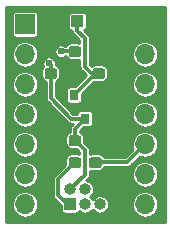
<source format=gbl>
G04 #@! TF.GenerationSoftware,KiCad,Pcbnew,(5.1.0-1390-gee00ff9b5)*
G04 #@! TF.CreationDate,2019-07-31T14:47:23-07:00*
G04 #@! TF.ProjectId,attiny1614,61747469-6e79-4313-9631-342e6b696361,rev?*
G04 #@! TF.SameCoordinates,Original*
G04 #@! TF.FileFunction,Copper,L2,Bot*
G04 #@! TF.FilePolarity,Positive*
%FSLAX46Y46*%
G04 Gerber Fmt 4.6, Leading zero omitted, Abs format (unit mm)*
G04 Created by KiCad (PCBNEW (5.1.0-1390-gee00ff9b5)) date 2019-07-31 14:47:23*
%MOMM*%
%LPD*%
G04 APERTURE LIST*
%ADD10C,0.100000*%
%ADD11C,0.950000*%
%ADD12R,0.800000X0.900000*%
%ADD13O,1.000000X1.000000*%
%ADD14R,1.000000X1.000000*%
%ADD15O,1.700000X1.700000*%
%ADD16R,1.700000X1.700000*%
%ADD17C,0.609600*%
%ADD18C,0.304800*%
%ADD19C,0.254000*%
G04 APERTURE END LIST*
D10*
G36*
X131809387Y-84125079D02*
G01*
X131886438Y-84176562D01*
X131937921Y-84253613D01*
X131956000Y-84344500D01*
X131956000Y-84819500D01*
X131937921Y-84910387D01*
X131886438Y-84987438D01*
X131809387Y-85038921D01*
X131718500Y-85057000D01*
X131143500Y-85057000D01*
X131052613Y-85038921D01*
X130975562Y-84987438D01*
X130924079Y-84910387D01*
X130906000Y-84819500D01*
X130906000Y-84344500D01*
X130924079Y-84253613D01*
X130975562Y-84176562D01*
X131052613Y-84125079D01*
X131143500Y-84107000D01*
X131718500Y-84107000D01*
X131809387Y-84125079D01*
X131809387Y-84125079D01*
G37*
D11*
X131431000Y-84582000D03*
D10*
G36*
X130059387Y-84125079D02*
G01*
X130136438Y-84176562D01*
X130187921Y-84253613D01*
X130206000Y-84344500D01*
X130206000Y-84819500D01*
X130187921Y-84910387D01*
X130136438Y-84987438D01*
X130059387Y-85038921D01*
X129968500Y-85057000D01*
X129393500Y-85057000D01*
X129302613Y-85038921D01*
X129225562Y-84987438D01*
X129174079Y-84910387D01*
X129156000Y-84819500D01*
X129156000Y-84344500D01*
X129174079Y-84253613D01*
X129225562Y-84176562D01*
X129302613Y-84125079D01*
X129393500Y-84107000D01*
X129968500Y-84107000D01*
X130059387Y-84125079D01*
X130059387Y-84125079D01*
G37*
D11*
X129681000Y-84582000D03*
D12*
X130556000Y-90281000D03*
X131506000Y-88281000D03*
X129606000Y-88281000D03*
D10*
G36*
X131809387Y-93523079D02*
G01*
X131886438Y-93574562D01*
X131937921Y-93651613D01*
X131956000Y-93742500D01*
X131956000Y-94217500D01*
X131937921Y-94308387D01*
X131886438Y-94385438D01*
X131809387Y-94436921D01*
X131718500Y-94455000D01*
X131143500Y-94455000D01*
X131052613Y-94436921D01*
X130975562Y-94385438D01*
X130924079Y-94308387D01*
X130906000Y-94217500D01*
X130906000Y-93742500D01*
X130924079Y-93651613D01*
X130975562Y-93574562D01*
X131052613Y-93523079D01*
X131143500Y-93505000D01*
X131718500Y-93505000D01*
X131809387Y-93523079D01*
X131809387Y-93523079D01*
G37*
D11*
X131431000Y-93980000D03*
D10*
G36*
X130059387Y-93523079D02*
G01*
X130136438Y-93574562D01*
X130187921Y-93651613D01*
X130206000Y-93742500D01*
X130206000Y-94217500D01*
X130187921Y-94308387D01*
X130136438Y-94385438D01*
X130059387Y-94436921D01*
X129968500Y-94455000D01*
X129393500Y-94455000D01*
X129302613Y-94436921D01*
X129225562Y-94385438D01*
X129174079Y-94308387D01*
X129156000Y-94217500D01*
X129156000Y-93742500D01*
X129174079Y-93651613D01*
X129225562Y-93574562D01*
X129302613Y-93523079D01*
X129393500Y-93505000D01*
X129968500Y-93505000D01*
X130059387Y-93523079D01*
X130059387Y-93523079D01*
G37*
D11*
X129681000Y-93980000D03*
D13*
X131826000Y-96266000D03*
X131826000Y-97536000D03*
X130556000Y-96266000D03*
X130556000Y-97536000D03*
X129286000Y-96266000D03*
D14*
X129286000Y-97536000D03*
D13*
X131176000Y-82042000D03*
D14*
X129906000Y-82042000D03*
D15*
X135636000Y-97536000D03*
X135636000Y-94996000D03*
X135636000Y-92456000D03*
X135636000Y-89916000D03*
X135636000Y-87376000D03*
X135636000Y-84836000D03*
D16*
X135636000Y-82296000D03*
D15*
X125476000Y-97536000D03*
X125476000Y-94996000D03*
X125476000Y-92456000D03*
X125476000Y-89916000D03*
X125476000Y-87376000D03*
X125476000Y-84836000D03*
D16*
X125476000Y-82296000D03*
D10*
G36*
X129777387Y-85989579D02*
G01*
X129854438Y-86041062D01*
X129905921Y-86118113D01*
X129924000Y-86209000D01*
X129924000Y-86684000D01*
X129905921Y-86774887D01*
X129854438Y-86851938D01*
X129777387Y-86903421D01*
X129686500Y-86921500D01*
X129111500Y-86921500D01*
X129020613Y-86903421D01*
X128943562Y-86851938D01*
X128892079Y-86774887D01*
X128874000Y-86684000D01*
X128874000Y-86209000D01*
X128892079Y-86118113D01*
X128943562Y-86041062D01*
X129020613Y-85989579D01*
X129111500Y-85971500D01*
X129686500Y-85971500D01*
X129777387Y-85989579D01*
X129777387Y-85989579D01*
G37*
D11*
X129399000Y-86446500D03*
D10*
G36*
X128027387Y-85989579D02*
G01*
X128104438Y-86041062D01*
X128155921Y-86118113D01*
X128174000Y-86209000D01*
X128174000Y-86684000D01*
X128155921Y-86774887D01*
X128104438Y-86851938D01*
X128027387Y-86903421D01*
X127936500Y-86921500D01*
X127361500Y-86921500D01*
X127270613Y-86903421D01*
X127193562Y-86851938D01*
X127142079Y-86774887D01*
X127124000Y-86684000D01*
X127124000Y-86209000D01*
X127142079Y-86118113D01*
X127193562Y-86041062D01*
X127270613Y-85989579D01*
X127361500Y-85971500D01*
X127936500Y-85971500D01*
X128027387Y-85989579D01*
X128027387Y-85989579D01*
G37*
D11*
X127649000Y-86446500D03*
D10*
G36*
X131809387Y-91658579D02*
G01*
X131886438Y-91710062D01*
X131937921Y-91787113D01*
X131956000Y-91878000D01*
X131956000Y-92353000D01*
X131937921Y-92443887D01*
X131886438Y-92520938D01*
X131809387Y-92572421D01*
X131718500Y-92590500D01*
X131143500Y-92590500D01*
X131052613Y-92572421D01*
X130975562Y-92520938D01*
X130924079Y-92443887D01*
X130906000Y-92353000D01*
X130906000Y-91878000D01*
X130924079Y-91787113D01*
X130975562Y-91710062D01*
X131052613Y-91658579D01*
X131143500Y-91640500D01*
X131718500Y-91640500D01*
X131809387Y-91658579D01*
X131809387Y-91658579D01*
G37*
D11*
X131431000Y-92115500D03*
D10*
G36*
X130059387Y-91658579D02*
G01*
X130136438Y-91710062D01*
X130187921Y-91787113D01*
X130206000Y-91878000D01*
X130206000Y-92353000D01*
X130187921Y-92443887D01*
X130136438Y-92520938D01*
X130059387Y-92572421D01*
X129968500Y-92590500D01*
X129393500Y-92590500D01*
X129302613Y-92572421D01*
X129225562Y-92520938D01*
X129174079Y-92443887D01*
X129156000Y-92353000D01*
X129156000Y-91878000D01*
X129174079Y-91787113D01*
X129225562Y-91710062D01*
X129302613Y-91658579D01*
X129393500Y-91640500D01*
X129968500Y-91640500D01*
X130059387Y-91658579D01*
X130059387Y-91658579D01*
G37*
D11*
X129681000Y-92115500D03*
D10*
G36*
X133841387Y-85989579D02*
G01*
X133918438Y-86041062D01*
X133969921Y-86118113D01*
X133988000Y-86209000D01*
X133988000Y-86684000D01*
X133969921Y-86774887D01*
X133918438Y-86851938D01*
X133841387Y-86903421D01*
X133750500Y-86921500D01*
X133175500Y-86921500D01*
X133084613Y-86903421D01*
X133007562Y-86851938D01*
X132956079Y-86774887D01*
X132938000Y-86684000D01*
X132938000Y-86209000D01*
X132956079Y-86118113D01*
X133007562Y-86041062D01*
X133084613Y-85989579D01*
X133175500Y-85971500D01*
X133750500Y-85971500D01*
X133841387Y-85989579D01*
X133841387Y-85989579D01*
G37*
D11*
X133463000Y-86446500D03*
D10*
G36*
X132091387Y-85989579D02*
G01*
X132168438Y-86041062D01*
X132219921Y-86118113D01*
X132238000Y-86209000D01*
X132238000Y-86684000D01*
X132219921Y-86774887D01*
X132168438Y-86851938D01*
X132091387Y-86903421D01*
X132000500Y-86921500D01*
X131425500Y-86921500D01*
X131334613Y-86903421D01*
X131257562Y-86851938D01*
X131206079Y-86774887D01*
X131188000Y-86684000D01*
X131188000Y-86209000D01*
X131206079Y-86118113D01*
X131257562Y-86041062D01*
X131334613Y-85989579D01*
X131425500Y-85971500D01*
X132000500Y-85971500D01*
X132091387Y-85989579D01*
X132091387Y-85989579D01*
G37*
D11*
X131713000Y-86446500D03*
D17*
X127508000Y-85598000D03*
X128524000Y-84582000D03*
D18*
X129681000Y-93980000D02*
X128270000Y-95391000D01*
X128270000Y-95391000D02*
X128270000Y-96774000D01*
X128270000Y-96774000D02*
X129032000Y-97536000D01*
X129032000Y-97536000D02*
X129286000Y-97536000D01*
X130556000Y-90281000D02*
X129397000Y-90281000D01*
X129397000Y-90281000D02*
X127649000Y-88533000D01*
X127649000Y-88533000D02*
X127649000Y-87021500D01*
X127649000Y-87021500D02*
X127649000Y-86446500D01*
X127649000Y-86446500D02*
X127649000Y-85739000D01*
X127649000Y-85739000D02*
X127508000Y-85598000D01*
X129286000Y-96266000D02*
X130510810Y-95041190D01*
X130510810Y-92945310D02*
X130175812Y-92610312D01*
X130510810Y-95041190D02*
X130510810Y-92945310D01*
X130175812Y-92610312D02*
X129681000Y-92115500D01*
X131431000Y-93980000D02*
X134112000Y-93980000D01*
X134112000Y-93980000D02*
X135636000Y-92456000D01*
X129681000Y-92115500D02*
X129681000Y-91156000D01*
X129681000Y-91156000D02*
X130556000Y-90281000D01*
X131713000Y-86446500D02*
X131088000Y-86446500D01*
X130510810Y-83451610D02*
X129906000Y-82846800D01*
X131088000Y-86446500D02*
X130510810Y-85869310D01*
X130510810Y-85869310D02*
X130510810Y-83451610D01*
X129906000Y-82846800D02*
X129906000Y-82042000D01*
X131713000Y-86446500D02*
X131440500Y-86446500D01*
X131440500Y-86446500D02*
X129606000Y-88281000D01*
X128524000Y-84582000D02*
X129681000Y-84582000D01*
D19*
G36*
X123824000Y-92511407D02*
G01*
X124343137Y-92511407D01*
X124377417Y-92738068D01*
X124456572Y-92953208D01*
X124577372Y-93148037D01*
X124734879Y-93314597D01*
X124922661Y-93446083D01*
X125136114Y-93538452D01*
X125432916Y-93584400D01*
X125533272Y-93584400D01*
X125704066Y-93567052D01*
X125922816Y-93498499D01*
X126123313Y-93387361D01*
X126297368Y-93238178D01*
X126437871Y-93057043D01*
X126539081Y-92851356D01*
X126596865Y-92629519D01*
X126608863Y-92400593D01*
X126574583Y-92173932D01*
X126495428Y-91958792D01*
X126374628Y-91763963D01*
X126217121Y-91597403D01*
X126029339Y-91465917D01*
X125815886Y-91373548D01*
X125519084Y-91327600D01*
X125418728Y-91327600D01*
X125247934Y-91344948D01*
X125029184Y-91413501D01*
X124828687Y-91524639D01*
X124654632Y-91673822D01*
X124514129Y-91854957D01*
X124412919Y-92060644D01*
X124355135Y-92282481D01*
X124343137Y-92511407D01*
X123824000Y-92511407D01*
X123824000Y-89971407D01*
X124343137Y-89971407D01*
X124377417Y-90198068D01*
X124456572Y-90413208D01*
X124577372Y-90608037D01*
X124734879Y-90774597D01*
X124922661Y-90906083D01*
X125136114Y-90998452D01*
X125432916Y-91044400D01*
X125533272Y-91044400D01*
X125704066Y-91027052D01*
X125922816Y-90958499D01*
X126123313Y-90847361D01*
X126297368Y-90698178D01*
X126437871Y-90517043D01*
X126539081Y-90311356D01*
X126596865Y-90089519D01*
X126608863Y-89860593D01*
X126574583Y-89633932D01*
X126495428Y-89418792D01*
X126374628Y-89223963D01*
X126217121Y-89057403D01*
X126029339Y-88925917D01*
X125815886Y-88833548D01*
X125519084Y-88787600D01*
X125418728Y-88787600D01*
X125247934Y-88804948D01*
X125029184Y-88873501D01*
X124828687Y-88984639D01*
X124654632Y-89133822D01*
X124514129Y-89314957D01*
X124412919Y-89520644D01*
X124355135Y-89742481D01*
X124343137Y-89971407D01*
X123824000Y-89971407D01*
X123824000Y-87431407D01*
X124343137Y-87431407D01*
X124377417Y-87658068D01*
X124456572Y-87873208D01*
X124577372Y-88068037D01*
X124734879Y-88234597D01*
X124922661Y-88366083D01*
X125136114Y-88458452D01*
X125432916Y-88504400D01*
X125533272Y-88504400D01*
X125704066Y-88487052D01*
X125922816Y-88418499D01*
X126123313Y-88307361D01*
X126297368Y-88158178D01*
X126437871Y-87977043D01*
X126539081Y-87771356D01*
X126596865Y-87549519D01*
X126608863Y-87320593D01*
X126574583Y-87093932D01*
X126495428Y-86878792D01*
X126374628Y-86683963D01*
X126217121Y-86517403D01*
X126029339Y-86385917D01*
X125815886Y-86293548D01*
X125519084Y-86247600D01*
X125418728Y-86247600D01*
X125247934Y-86264948D01*
X125029184Y-86333501D01*
X124828687Y-86444639D01*
X124654632Y-86593822D01*
X124514129Y-86774957D01*
X124412919Y-86980644D01*
X124355135Y-87202481D01*
X124343137Y-87431407D01*
X123824000Y-87431407D01*
X123824000Y-86201243D01*
X126842614Y-86201243D01*
X126842614Y-86691757D01*
X126880186Y-86880642D01*
X126994209Y-87051291D01*
X127164859Y-87165315D01*
X127218201Y-87175925D01*
X127218200Y-88459532D01*
X127209966Y-88482979D01*
X127218200Y-88556970D01*
X127218200Y-88581547D01*
X127223540Y-88604960D01*
X127231710Y-88678376D01*
X127245188Y-88699861D01*
X127250836Y-88724621D01*
X127297290Y-88782917D01*
X127310107Y-88803349D01*
X127327157Y-88820399D01*
X127373323Y-88878334D01*
X127396058Y-88889300D01*
X129040429Y-90533673D01*
X129051186Y-90556074D01*
X129109330Y-90602574D01*
X129126708Y-90619952D01*
X129147043Y-90632732D01*
X129204725Y-90678863D01*
X129229452Y-90684527D01*
X129250956Y-90698041D01*
X129325009Y-90706413D01*
X129348534Y-90711800D01*
X129372663Y-90711800D01*
X129446255Y-90720120D01*
X129470080Y-90711800D01*
X129515959Y-90711800D01*
X129428332Y-90799427D01*
X129405927Y-90810186D01*
X129359423Y-90868335D01*
X129342050Y-90885708D01*
X129329270Y-90906040D01*
X129283136Y-90963729D01*
X129277474Y-90988452D01*
X129263959Y-91009953D01*
X129255585Y-91084026D01*
X129250201Y-91107531D01*
X129250201Y-91131654D01*
X129241880Y-91205255D01*
X129250201Y-91229083D01*
X129250201Y-91386075D01*
X129196859Y-91396685D01*
X129026209Y-91510709D01*
X128912186Y-91681358D01*
X128874614Y-91870243D01*
X128874614Y-92360757D01*
X128912186Y-92549642D01*
X129026209Y-92720291D01*
X129196858Y-92834314D01*
X129385743Y-92871886D01*
X129828144Y-92871886D01*
X129909945Y-92953688D01*
X129909947Y-92953689D01*
X130080011Y-93123754D01*
X130080011Y-93244252D01*
X129976257Y-93223614D01*
X129385743Y-93223614D01*
X129196858Y-93261186D01*
X129026209Y-93375209D01*
X128912186Y-93545858D01*
X128874614Y-93734743D01*
X128874614Y-94177142D01*
X128017331Y-95034427D01*
X127994926Y-95045186D01*
X127948423Y-95103336D01*
X127931050Y-95120708D01*
X127918276Y-95141032D01*
X127872136Y-95198728D01*
X127866473Y-95223454D01*
X127852960Y-95244955D01*
X127844587Y-95319010D01*
X127839200Y-95342535D01*
X127839200Y-95366663D01*
X127830880Y-95440255D01*
X127839200Y-95464080D01*
X127839201Y-96700529D01*
X127830966Y-96723978D01*
X127839201Y-96797979D01*
X127839201Y-96822548D01*
X127844539Y-96845952D01*
X127852711Y-96919376D01*
X127866190Y-96940864D01*
X127871838Y-96965623D01*
X127918289Y-97023915D01*
X127931108Y-97044349D01*
X127948161Y-97061402D01*
X127994325Y-97119334D01*
X128017057Y-97130299D01*
X128504614Y-97617857D01*
X128504614Y-98048410D01*
X128523753Y-98144628D01*
X128585285Y-98236715D01*
X128677372Y-98298247D01*
X128773590Y-98317386D01*
X129798410Y-98317386D01*
X129894628Y-98298247D01*
X129986715Y-98236715D01*
X130048247Y-98144628D01*
X130051202Y-98129773D01*
X130094831Y-98170743D01*
X130270714Y-98267436D01*
X130516908Y-98314400D01*
X130604971Y-98314400D01*
X130751119Y-98295937D01*
X130933977Y-98223538D01*
X131093086Y-98107939D01*
X131191529Y-97988942D01*
X131221466Y-98036114D01*
X131364831Y-98170743D01*
X131540714Y-98267436D01*
X131786908Y-98314400D01*
X131874971Y-98314400D01*
X132021119Y-98295937D01*
X132203977Y-98223538D01*
X132363086Y-98107939D01*
X132488448Y-97956403D01*
X132572186Y-97778451D01*
X132607866Y-97591407D01*
X134503137Y-97591407D01*
X134537417Y-97818068D01*
X134616572Y-98033208D01*
X134737372Y-98228037D01*
X134894879Y-98394597D01*
X135082661Y-98526083D01*
X135296114Y-98618452D01*
X135592916Y-98664400D01*
X135693272Y-98664400D01*
X135864066Y-98647052D01*
X136082816Y-98578499D01*
X136283313Y-98467361D01*
X136457368Y-98318178D01*
X136597871Y-98137043D01*
X136699081Y-97931356D01*
X136756865Y-97709519D01*
X136768863Y-97480593D01*
X136734583Y-97253932D01*
X136655428Y-97038792D01*
X136534628Y-96843963D01*
X136377121Y-96677403D01*
X136189339Y-96545917D01*
X135975886Y-96453548D01*
X135679084Y-96407600D01*
X135578728Y-96407600D01*
X135407934Y-96424948D01*
X135189184Y-96493501D01*
X134988687Y-96604639D01*
X134814632Y-96753822D01*
X134674129Y-96934957D01*
X134572919Y-97140644D01*
X134515135Y-97362481D01*
X134503137Y-97591407D01*
X132607866Y-97591407D01*
X132609038Y-97585265D01*
X132596689Y-97388984D01*
X132535915Y-97201939D01*
X132430534Y-97035886D01*
X132287169Y-96901257D01*
X132111286Y-96804564D01*
X131865092Y-96757600D01*
X131777029Y-96757600D01*
X131630881Y-96776063D01*
X131448023Y-96848462D01*
X131288914Y-96964061D01*
X131190471Y-97083058D01*
X131160534Y-97035886D01*
X131017169Y-96901257D01*
X131010774Y-96897742D01*
X131093086Y-96837939D01*
X131218448Y-96686403D01*
X131302186Y-96508451D01*
X131339038Y-96315265D01*
X131326689Y-96118984D01*
X131265915Y-95931939D01*
X131160534Y-95765886D01*
X131017169Y-95631257D01*
X130841286Y-95534564D01*
X130661058Y-95500184D01*
X130763479Y-95397763D01*
X130785883Y-95387005D01*
X130832385Y-95328857D01*
X130849761Y-95311482D01*
X130862539Y-95291152D01*
X130908673Y-95233464D01*
X130914337Y-95208738D01*
X130927850Y-95187236D01*
X130936223Y-95113181D01*
X130941610Y-95089656D01*
X130941610Y-95065527D01*
X130943206Y-95051407D01*
X134503137Y-95051407D01*
X134537417Y-95278068D01*
X134616572Y-95493208D01*
X134737372Y-95688037D01*
X134894879Y-95854597D01*
X135082661Y-95986083D01*
X135296114Y-96078452D01*
X135592916Y-96124400D01*
X135693272Y-96124400D01*
X135864066Y-96107052D01*
X136082816Y-96038499D01*
X136283313Y-95927361D01*
X136457368Y-95778178D01*
X136597871Y-95597043D01*
X136699081Y-95391356D01*
X136756865Y-95169519D01*
X136768863Y-94940593D01*
X136734583Y-94713932D01*
X136655428Y-94498792D01*
X136534628Y-94303963D01*
X136377121Y-94137403D01*
X136189339Y-94005917D01*
X135975886Y-93913548D01*
X135679084Y-93867600D01*
X135578728Y-93867600D01*
X135407934Y-93884948D01*
X135189184Y-93953501D01*
X134988687Y-94064639D01*
X134814632Y-94213822D01*
X134674129Y-94394957D01*
X134572919Y-94600644D01*
X134515135Y-94822481D01*
X134503137Y-95051407D01*
X130943206Y-95051407D01*
X130949930Y-94991935D01*
X130941610Y-94968110D01*
X130941610Y-94695307D01*
X130946858Y-94698814D01*
X131135743Y-94736386D01*
X131726257Y-94736386D01*
X131915142Y-94698814D01*
X132085791Y-94584791D01*
X132199814Y-94414142D01*
X132200479Y-94410800D01*
X134038532Y-94410800D01*
X134061978Y-94419034D01*
X134135970Y-94410800D01*
X134160547Y-94410800D01*
X134183961Y-94405460D01*
X134257376Y-94397289D01*
X134278860Y-94383812D01*
X134303622Y-94378164D01*
X134361918Y-94331710D01*
X134382349Y-94318893D01*
X134399398Y-94301843D01*
X134457332Y-94255677D01*
X134468299Y-94232943D01*
X135203059Y-93498183D01*
X135296114Y-93538452D01*
X135592916Y-93584400D01*
X135693272Y-93584400D01*
X135864066Y-93567052D01*
X136082816Y-93498499D01*
X136283313Y-93387361D01*
X136457368Y-93238178D01*
X136597871Y-93057043D01*
X136699081Y-92851356D01*
X136756865Y-92629519D01*
X136768863Y-92400593D01*
X136734583Y-92173932D01*
X136655428Y-91958792D01*
X136534628Y-91763963D01*
X136377121Y-91597403D01*
X136189339Y-91465917D01*
X135975886Y-91373548D01*
X135679084Y-91327600D01*
X135578728Y-91327600D01*
X135407934Y-91344948D01*
X135189184Y-91413501D01*
X134988687Y-91524639D01*
X134814632Y-91673822D01*
X134674129Y-91854957D01*
X134572919Y-92060644D01*
X134515135Y-92282481D01*
X134503137Y-92511407D01*
X134537417Y-92738068D01*
X134593166Y-92889591D01*
X133933558Y-93549200D01*
X132200479Y-93549200D01*
X132199814Y-93545858D01*
X132085791Y-93375209D01*
X131915142Y-93261186D01*
X131726257Y-93223614D01*
X131135743Y-93223614D01*
X130946858Y-93261186D01*
X130941610Y-93264693D01*
X130941610Y-93018778D01*
X130949844Y-92995331D01*
X130941610Y-92921340D01*
X130941610Y-92896763D01*
X130936270Y-92873349D01*
X130928099Y-92799934D01*
X130914622Y-92778450D01*
X130908974Y-92753689D01*
X130862521Y-92695393D01*
X130849702Y-92674959D01*
X130832649Y-92657907D01*
X130786486Y-92599976D01*
X130763754Y-92589011D01*
X130519092Y-92344350D01*
X130519091Y-92344348D01*
X130487386Y-92312643D01*
X130487386Y-91870243D01*
X130449814Y-91681358D01*
X130335791Y-91510709D01*
X130165141Y-91396685D01*
X130111800Y-91386075D01*
X130111800Y-91334442D01*
X130433857Y-91012386D01*
X130968410Y-91012386D01*
X131064628Y-90993247D01*
X131156715Y-90931715D01*
X131218247Y-90839628D01*
X131237386Y-90743410D01*
X131237386Y-89971407D01*
X134503137Y-89971407D01*
X134537417Y-90198068D01*
X134616572Y-90413208D01*
X134737372Y-90608037D01*
X134894879Y-90774597D01*
X135082661Y-90906083D01*
X135296114Y-90998452D01*
X135592916Y-91044400D01*
X135693272Y-91044400D01*
X135864066Y-91027052D01*
X136082816Y-90958499D01*
X136283313Y-90847361D01*
X136457368Y-90698178D01*
X136597871Y-90517043D01*
X136699081Y-90311356D01*
X136756865Y-90089519D01*
X136768863Y-89860593D01*
X136734583Y-89633932D01*
X136655428Y-89418792D01*
X136534628Y-89223963D01*
X136377121Y-89057403D01*
X136189339Y-88925917D01*
X135975886Y-88833548D01*
X135679084Y-88787600D01*
X135578728Y-88787600D01*
X135407934Y-88804948D01*
X135189184Y-88873501D01*
X134988687Y-88984639D01*
X134814632Y-89133822D01*
X134674129Y-89314957D01*
X134572919Y-89520644D01*
X134515135Y-89742481D01*
X134503137Y-89971407D01*
X131237386Y-89971407D01*
X131237386Y-89818590D01*
X131218247Y-89722372D01*
X131156715Y-89630285D01*
X131064628Y-89568753D01*
X130968410Y-89549614D01*
X130143590Y-89549614D01*
X130047372Y-89568753D01*
X129955285Y-89630285D01*
X129893753Y-89722372D01*
X129874614Y-89818590D01*
X129874614Y-89850200D01*
X129575444Y-89850200D01*
X128079800Y-88354558D01*
X128079800Y-87175925D01*
X128133141Y-87165315D01*
X128303791Y-87051291D01*
X128417814Y-86880642D01*
X128455386Y-86691757D01*
X128455386Y-86201243D01*
X128417814Y-86012358D01*
X128303791Y-85841709D01*
X128133141Y-85727685D01*
X128088828Y-85718871D01*
X128091617Y-85490573D01*
X128013317Y-85287126D01*
X127867525Y-85126057D01*
X127673521Y-85028271D01*
X127457323Y-85006883D01*
X127247920Y-85064759D01*
X127073392Y-85194138D01*
X126957143Y-85377673D01*
X126914759Y-85590752D01*
X126951924Y-85804802D01*
X126983588Y-85857605D01*
X126880186Y-86012358D01*
X126842614Y-86201243D01*
X123824000Y-86201243D01*
X123824000Y-84891407D01*
X124343137Y-84891407D01*
X124377417Y-85118068D01*
X124456572Y-85333208D01*
X124577372Y-85528037D01*
X124734879Y-85694597D01*
X124922661Y-85826083D01*
X125136114Y-85918452D01*
X125432916Y-85964400D01*
X125533272Y-85964400D01*
X125704066Y-85947052D01*
X125922816Y-85878499D01*
X126123313Y-85767361D01*
X126297368Y-85618178D01*
X126437871Y-85437043D01*
X126539081Y-85231356D01*
X126596865Y-85009519D01*
X126608863Y-84780593D01*
X126577732Y-84574752D01*
X127930759Y-84574752D01*
X127967924Y-84788802D01*
X128079655Y-84975123D01*
X128250970Y-85108728D01*
X128458896Y-85171703D01*
X128675553Y-85155603D01*
X128871886Y-85062586D01*
X128913776Y-85018521D01*
X129026209Y-85186791D01*
X129196858Y-85300814D01*
X129385743Y-85338386D01*
X129976257Y-85338386D01*
X130080010Y-85317748D01*
X130080010Y-85795842D01*
X130071776Y-85819289D01*
X130080010Y-85893280D01*
X130080010Y-85917857D01*
X130085350Y-85941270D01*
X130093520Y-86014686D01*
X130106998Y-86036171D01*
X130112646Y-86060931D01*
X130159100Y-86119227D01*
X130171917Y-86139659D01*
X130188968Y-86156709D01*
X130235132Y-86214642D01*
X130257867Y-86225609D01*
X130655008Y-86622750D01*
X129728145Y-87549614D01*
X129193590Y-87549614D01*
X129097372Y-87568753D01*
X129005285Y-87630285D01*
X128943753Y-87722372D01*
X128924614Y-87818590D01*
X128924614Y-88743410D01*
X128943753Y-88839628D01*
X129005285Y-88931715D01*
X129097372Y-88993247D01*
X129193590Y-89012386D01*
X130018410Y-89012386D01*
X130114628Y-88993247D01*
X130206715Y-88931715D01*
X130268247Y-88839628D01*
X130287386Y-88743410D01*
X130287386Y-88208855D01*
X131064834Y-87431407D01*
X134503137Y-87431407D01*
X134537417Y-87658068D01*
X134616572Y-87873208D01*
X134737372Y-88068037D01*
X134894879Y-88234597D01*
X135082661Y-88366083D01*
X135296114Y-88458452D01*
X135592916Y-88504400D01*
X135693272Y-88504400D01*
X135864066Y-88487052D01*
X136082816Y-88418499D01*
X136283313Y-88307361D01*
X136457368Y-88158178D01*
X136597871Y-87977043D01*
X136699081Y-87771356D01*
X136756865Y-87549519D01*
X136768863Y-87320593D01*
X136734583Y-87093932D01*
X136655428Y-86878792D01*
X136534628Y-86683963D01*
X136377121Y-86517403D01*
X136189339Y-86385917D01*
X135975886Y-86293548D01*
X135679084Y-86247600D01*
X135578728Y-86247600D01*
X135407934Y-86264948D01*
X135189184Y-86333501D01*
X134988687Y-86444639D01*
X134814632Y-86593822D01*
X134674129Y-86774957D01*
X134572919Y-86980644D01*
X134515135Y-87202481D01*
X134503137Y-87431407D01*
X131064834Y-87431407D01*
X131313993Y-87182249D01*
X131417743Y-87202886D01*
X132008257Y-87202886D01*
X132197142Y-87165314D01*
X132367791Y-87051291D01*
X132481814Y-86880642D01*
X132519386Y-86691757D01*
X132519386Y-86201243D01*
X132481814Y-86012358D01*
X132367791Y-85841709D01*
X132197142Y-85727686D01*
X132008257Y-85690114D01*
X131417743Y-85690114D01*
X131228858Y-85727686D01*
X131078736Y-85827993D01*
X130941610Y-85690868D01*
X130941610Y-84891407D01*
X134503137Y-84891407D01*
X134537417Y-85118068D01*
X134616572Y-85333208D01*
X134737372Y-85528037D01*
X134894879Y-85694597D01*
X135082661Y-85826083D01*
X135296114Y-85918452D01*
X135592916Y-85964400D01*
X135693272Y-85964400D01*
X135864066Y-85947052D01*
X136082816Y-85878499D01*
X136283313Y-85767361D01*
X136457368Y-85618178D01*
X136597871Y-85437043D01*
X136699081Y-85231356D01*
X136756865Y-85009519D01*
X136768863Y-84780593D01*
X136734583Y-84553932D01*
X136655428Y-84338792D01*
X136534628Y-84143963D01*
X136377121Y-83977403D01*
X136189339Y-83845917D01*
X135975886Y-83753548D01*
X135679084Y-83707600D01*
X135578728Y-83707600D01*
X135407934Y-83724948D01*
X135189184Y-83793501D01*
X134988687Y-83904639D01*
X134814632Y-84053822D01*
X134674129Y-84234957D01*
X134572919Y-84440644D01*
X134515135Y-84662481D01*
X134503137Y-84891407D01*
X130941610Y-84891407D01*
X130941610Y-83525078D01*
X130949844Y-83501631D01*
X130941610Y-83427640D01*
X130941610Y-83403063D01*
X130936270Y-83379649D01*
X130928099Y-83306234D01*
X130914622Y-83284750D01*
X130908974Y-83259989D01*
X130862521Y-83201693D01*
X130849702Y-83181259D01*
X130832649Y-83164207D01*
X130786486Y-83106276D01*
X130763754Y-83095311D01*
X130479647Y-82811205D01*
X130514628Y-82804247D01*
X130606715Y-82742715D01*
X130668247Y-82650628D01*
X130687386Y-82554410D01*
X130687386Y-81529590D01*
X130668247Y-81433372D01*
X130606715Y-81341285D01*
X130514628Y-81279753D01*
X130418410Y-81260614D01*
X129393590Y-81260614D01*
X129297372Y-81279753D01*
X129205285Y-81341285D01*
X129143753Y-81433372D01*
X129124614Y-81529590D01*
X129124614Y-82554410D01*
X129143753Y-82650628D01*
X129205285Y-82742715D01*
X129297372Y-82804247D01*
X129393590Y-82823386D01*
X129469927Y-82823386D01*
X129475200Y-82870770D01*
X129475200Y-82895347D01*
X129480540Y-82918760D01*
X129488710Y-82992176D01*
X129502188Y-83013661D01*
X129507836Y-83038421D01*
X129554290Y-83096717D01*
X129567107Y-83117149D01*
X129584158Y-83134199D01*
X129630322Y-83192132D01*
X129653057Y-83203099D01*
X130080011Y-83630053D01*
X130080011Y-83846252D01*
X129976257Y-83825614D01*
X129385743Y-83825614D01*
X129196858Y-83863186D01*
X129026209Y-83977209D01*
X128914545Y-84144328D01*
X128883524Y-84110057D01*
X128689521Y-84012271D01*
X128473323Y-83990883D01*
X128263920Y-84048759D01*
X128089392Y-84178138D01*
X127973143Y-84361673D01*
X127930759Y-84574752D01*
X126577732Y-84574752D01*
X126574583Y-84553932D01*
X126495428Y-84338792D01*
X126374628Y-84143963D01*
X126217121Y-83977403D01*
X126029339Y-83845917D01*
X125815886Y-83753548D01*
X125519084Y-83707600D01*
X125418728Y-83707600D01*
X125247934Y-83724948D01*
X125029184Y-83793501D01*
X124828687Y-83904639D01*
X124654632Y-84053822D01*
X124514129Y-84234957D01*
X124412919Y-84440644D01*
X124355135Y-84662481D01*
X124343137Y-84891407D01*
X123824000Y-84891407D01*
X123824000Y-81433590D01*
X124344614Y-81433590D01*
X124344614Y-83158410D01*
X124363753Y-83254628D01*
X124425285Y-83346715D01*
X124517372Y-83408247D01*
X124613590Y-83427386D01*
X126338410Y-83427386D01*
X126434628Y-83408247D01*
X126526715Y-83346715D01*
X126588247Y-83254628D01*
X126607386Y-83158410D01*
X126607386Y-81433590D01*
X126588247Y-81337372D01*
X126526715Y-81245285D01*
X126434628Y-81183753D01*
X126338410Y-81164614D01*
X124613590Y-81164614D01*
X124517372Y-81183753D01*
X124425285Y-81245285D01*
X124363753Y-81337372D01*
X124344614Y-81433590D01*
X123824000Y-81433590D01*
X123824000Y-80796400D01*
X137288000Y-80796400D01*
X137288000Y-99035600D01*
X123824000Y-99035600D01*
X123824000Y-97591407D01*
X124343137Y-97591407D01*
X124377417Y-97818068D01*
X124456572Y-98033208D01*
X124577372Y-98228037D01*
X124734879Y-98394597D01*
X124922661Y-98526083D01*
X125136114Y-98618452D01*
X125432916Y-98664400D01*
X125533272Y-98664400D01*
X125704066Y-98647052D01*
X125922816Y-98578499D01*
X126123313Y-98467361D01*
X126297368Y-98318178D01*
X126437871Y-98137043D01*
X126539081Y-97931356D01*
X126596865Y-97709519D01*
X126608863Y-97480593D01*
X126574583Y-97253932D01*
X126495428Y-97038792D01*
X126374628Y-96843963D01*
X126217121Y-96677403D01*
X126029339Y-96545917D01*
X125815886Y-96453548D01*
X125519084Y-96407600D01*
X125418728Y-96407600D01*
X125247934Y-96424948D01*
X125029184Y-96493501D01*
X124828687Y-96604639D01*
X124654632Y-96753822D01*
X124514129Y-96934957D01*
X124412919Y-97140644D01*
X124355135Y-97362481D01*
X124343137Y-97591407D01*
X123824000Y-97591407D01*
X123824000Y-95051407D01*
X124343137Y-95051407D01*
X124377417Y-95278068D01*
X124456572Y-95493208D01*
X124577372Y-95688037D01*
X124734879Y-95854597D01*
X124922661Y-95986083D01*
X125136114Y-96078452D01*
X125432916Y-96124400D01*
X125533272Y-96124400D01*
X125704066Y-96107052D01*
X125922816Y-96038499D01*
X126123313Y-95927361D01*
X126297368Y-95778178D01*
X126437871Y-95597043D01*
X126539081Y-95391356D01*
X126596865Y-95169519D01*
X126608863Y-94940593D01*
X126574583Y-94713932D01*
X126495428Y-94498792D01*
X126374628Y-94303963D01*
X126217121Y-94137403D01*
X126029339Y-94005917D01*
X125815886Y-93913548D01*
X125519084Y-93867600D01*
X125418728Y-93867600D01*
X125247934Y-93884948D01*
X125029184Y-93953501D01*
X124828687Y-94064639D01*
X124654632Y-94213822D01*
X124514129Y-94394957D01*
X124412919Y-94600644D01*
X124355135Y-94822481D01*
X124343137Y-95051407D01*
X123824000Y-95051407D01*
X123824000Y-92511407D01*
X123824000Y-92511407D01*
G37*
X123824000Y-92511407D02*
X124343137Y-92511407D01*
X124377417Y-92738068D01*
X124456572Y-92953208D01*
X124577372Y-93148037D01*
X124734879Y-93314597D01*
X124922661Y-93446083D01*
X125136114Y-93538452D01*
X125432916Y-93584400D01*
X125533272Y-93584400D01*
X125704066Y-93567052D01*
X125922816Y-93498499D01*
X126123313Y-93387361D01*
X126297368Y-93238178D01*
X126437871Y-93057043D01*
X126539081Y-92851356D01*
X126596865Y-92629519D01*
X126608863Y-92400593D01*
X126574583Y-92173932D01*
X126495428Y-91958792D01*
X126374628Y-91763963D01*
X126217121Y-91597403D01*
X126029339Y-91465917D01*
X125815886Y-91373548D01*
X125519084Y-91327600D01*
X125418728Y-91327600D01*
X125247934Y-91344948D01*
X125029184Y-91413501D01*
X124828687Y-91524639D01*
X124654632Y-91673822D01*
X124514129Y-91854957D01*
X124412919Y-92060644D01*
X124355135Y-92282481D01*
X124343137Y-92511407D01*
X123824000Y-92511407D01*
X123824000Y-89971407D01*
X124343137Y-89971407D01*
X124377417Y-90198068D01*
X124456572Y-90413208D01*
X124577372Y-90608037D01*
X124734879Y-90774597D01*
X124922661Y-90906083D01*
X125136114Y-90998452D01*
X125432916Y-91044400D01*
X125533272Y-91044400D01*
X125704066Y-91027052D01*
X125922816Y-90958499D01*
X126123313Y-90847361D01*
X126297368Y-90698178D01*
X126437871Y-90517043D01*
X126539081Y-90311356D01*
X126596865Y-90089519D01*
X126608863Y-89860593D01*
X126574583Y-89633932D01*
X126495428Y-89418792D01*
X126374628Y-89223963D01*
X126217121Y-89057403D01*
X126029339Y-88925917D01*
X125815886Y-88833548D01*
X125519084Y-88787600D01*
X125418728Y-88787600D01*
X125247934Y-88804948D01*
X125029184Y-88873501D01*
X124828687Y-88984639D01*
X124654632Y-89133822D01*
X124514129Y-89314957D01*
X124412919Y-89520644D01*
X124355135Y-89742481D01*
X124343137Y-89971407D01*
X123824000Y-89971407D01*
X123824000Y-87431407D01*
X124343137Y-87431407D01*
X124377417Y-87658068D01*
X124456572Y-87873208D01*
X124577372Y-88068037D01*
X124734879Y-88234597D01*
X124922661Y-88366083D01*
X125136114Y-88458452D01*
X125432916Y-88504400D01*
X125533272Y-88504400D01*
X125704066Y-88487052D01*
X125922816Y-88418499D01*
X126123313Y-88307361D01*
X126297368Y-88158178D01*
X126437871Y-87977043D01*
X126539081Y-87771356D01*
X126596865Y-87549519D01*
X126608863Y-87320593D01*
X126574583Y-87093932D01*
X126495428Y-86878792D01*
X126374628Y-86683963D01*
X126217121Y-86517403D01*
X126029339Y-86385917D01*
X125815886Y-86293548D01*
X125519084Y-86247600D01*
X125418728Y-86247600D01*
X125247934Y-86264948D01*
X125029184Y-86333501D01*
X124828687Y-86444639D01*
X124654632Y-86593822D01*
X124514129Y-86774957D01*
X124412919Y-86980644D01*
X124355135Y-87202481D01*
X124343137Y-87431407D01*
X123824000Y-87431407D01*
X123824000Y-86201243D01*
X126842614Y-86201243D01*
X126842614Y-86691757D01*
X126880186Y-86880642D01*
X126994209Y-87051291D01*
X127164859Y-87165315D01*
X127218201Y-87175925D01*
X127218200Y-88459532D01*
X127209966Y-88482979D01*
X127218200Y-88556970D01*
X127218200Y-88581547D01*
X127223540Y-88604960D01*
X127231710Y-88678376D01*
X127245188Y-88699861D01*
X127250836Y-88724621D01*
X127297290Y-88782917D01*
X127310107Y-88803349D01*
X127327157Y-88820399D01*
X127373323Y-88878334D01*
X127396058Y-88889300D01*
X129040429Y-90533673D01*
X129051186Y-90556074D01*
X129109330Y-90602574D01*
X129126708Y-90619952D01*
X129147043Y-90632732D01*
X129204725Y-90678863D01*
X129229452Y-90684527D01*
X129250956Y-90698041D01*
X129325009Y-90706413D01*
X129348534Y-90711800D01*
X129372663Y-90711800D01*
X129446255Y-90720120D01*
X129470080Y-90711800D01*
X129515959Y-90711800D01*
X129428332Y-90799427D01*
X129405927Y-90810186D01*
X129359423Y-90868335D01*
X129342050Y-90885708D01*
X129329270Y-90906040D01*
X129283136Y-90963729D01*
X129277474Y-90988452D01*
X129263959Y-91009953D01*
X129255585Y-91084026D01*
X129250201Y-91107531D01*
X129250201Y-91131654D01*
X129241880Y-91205255D01*
X129250201Y-91229083D01*
X129250201Y-91386075D01*
X129196859Y-91396685D01*
X129026209Y-91510709D01*
X128912186Y-91681358D01*
X128874614Y-91870243D01*
X128874614Y-92360757D01*
X128912186Y-92549642D01*
X129026209Y-92720291D01*
X129196858Y-92834314D01*
X129385743Y-92871886D01*
X129828144Y-92871886D01*
X129909945Y-92953688D01*
X129909947Y-92953689D01*
X130080011Y-93123754D01*
X130080011Y-93244252D01*
X129976257Y-93223614D01*
X129385743Y-93223614D01*
X129196858Y-93261186D01*
X129026209Y-93375209D01*
X128912186Y-93545858D01*
X128874614Y-93734743D01*
X128874614Y-94177142D01*
X128017331Y-95034427D01*
X127994926Y-95045186D01*
X127948423Y-95103336D01*
X127931050Y-95120708D01*
X127918276Y-95141032D01*
X127872136Y-95198728D01*
X127866473Y-95223454D01*
X127852960Y-95244955D01*
X127844587Y-95319010D01*
X127839200Y-95342535D01*
X127839200Y-95366663D01*
X127830880Y-95440255D01*
X127839200Y-95464080D01*
X127839201Y-96700529D01*
X127830966Y-96723978D01*
X127839201Y-96797979D01*
X127839201Y-96822548D01*
X127844539Y-96845952D01*
X127852711Y-96919376D01*
X127866190Y-96940864D01*
X127871838Y-96965623D01*
X127918289Y-97023915D01*
X127931108Y-97044349D01*
X127948161Y-97061402D01*
X127994325Y-97119334D01*
X128017057Y-97130299D01*
X128504614Y-97617857D01*
X128504614Y-98048410D01*
X128523753Y-98144628D01*
X128585285Y-98236715D01*
X128677372Y-98298247D01*
X128773590Y-98317386D01*
X129798410Y-98317386D01*
X129894628Y-98298247D01*
X129986715Y-98236715D01*
X130048247Y-98144628D01*
X130051202Y-98129773D01*
X130094831Y-98170743D01*
X130270714Y-98267436D01*
X130516908Y-98314400D01*
X130604971Y-98314400D01*
X130751119Y-98295937D01*
X130933977Y-98223538D01*
X131093086Y-98107939D01*
X131191529Y-97988942D01*
X131221466Y-98036114D01*
X131364831Y-98170743D01*
X131540714Y-98267436D01*
X131786908Y-98314400D01*
X131874971Y-98314400D01*
X132021119Y-98295937D01*
X132203977Y-98223538D01*
X132363086Y-98107939D01*
X132488448Y-97956403D01*
X132572186Y-97778451D01*
X132607866Y-97591407D01*
X134503137Y-97591407D01*
X134537417Y-97818068D01*
X134616572Y-98033208D01*
X134737372Y-98228037D01*
X134894879Y-98394597D01*
X135082661Y-98526083D01*
X135296114Y-98618452D01*
X135592916Y-98664400D01*
X135693272Y-98664400D01*
X135864066Y-98647052D01*
X136082816Y-98578499D01*
X136283313Y-98467361D01*
X136457368Y-98318178D01*
X136597871Y-98137043D01*
X136699081Y-97931356D01*
X136756865Y-97709519D01*
X136768863Y-97480593D01*
X136734583Y-97253932D01*
X136655428Y-97038792D01*
X136534628Y-96843963D01*
X136377121Y-96677403D01*
X136189339Y-96545917D01*
X135975886Y-96453548D01*
X135679084Y-96407600D01*
X135578728Y-96407600D01*
X135407934Y-96424948D01*
X135189184Y-96493501D01*
X134988687Y-96604639D01*
X134814632Y-96753822D01*
X134674129Y-96934957D01*
X134572919Y-97140644D01*
X134515135Y-97362481D01*
X134503137Y-97591407D01*
X132607866Y-97591407D01*
X132609038Y-97585265D01*
X132596689Y-97388984D01*
X132535915Y-97201939D01*
X132430534Y-97035886D01*
X132287169Y-96901257D01*
X132111286Y-96804564D01*
X131865092Y-96757600D01*
X131777029Y-96757600D01*
X131630881Y-96776063D01*
X131448023Y-96848462D01*
X131288914Y-96964061D01*
X131190471Y-97083058D01*
X131160534Y-97035886D01*
X131017169Y-96901257D01*
X131010774Y-96897742D01*
X131093086Y-96837939D01*
X131218448Y-96686403D01*
X131302186Y-96508451D01*
X131339038Y-96315265D01*
X131326689Y-96118984D01*
X131265915Y-95931939D01*
X131160534Y-95765886D01*
X131017169Y-95631257D01*
X130841286Y-95534564D01*
X130661058Y-95500184D01*
X130763479Y-95397763D01*
X130785883Y-95387005D01*
X130832385Y-95328857D01*
X130849761Y-95311482D01*
X130862539Y-95291152D01*
X130908673Y-95233464D01*
X130914337Y-95208738D01*
X130927850Y-95187236D01*
X130936223Y-95113181D01*
X130941610Y-95089656D01*
X130941610Y-95065527D01*
X130943206Y-95051407D01*
X134503137Y-95051407D01*
X134537417Y-95278068D01*
X134616572Y-95493208D01*
X134737372Y-95688037D01*
X134894879Y-95854597D01*
X135082661Y-95986083D01*
X135296114Y-96078452D01*
X135592916Y-96124400D01*
X135693272Y-96124400D01*
X135864066Y-96107052D01*
X136082816Y-96038499D01*
X136283313Y-95927361D01*
X136457368Y-95778178D01*
X136597871Y-95597043D01*
X136699081Y-95391356D01*
X136756865Y-95169519D01*
X136768863Y-94940593D01*
X136734583Y-94713932D01*
X136655428Y-94498792D01*
X136534628Y-94303963D01*
X136377121Y-94137403D01*
X136189339Y-94005917D01*
X135975886Y-93913548D01*
X135679084Y-93867600D01*
X135578728Y-93867600D01*
X135407934Y-93884948D01*
X135189184Y-93953501D01*
X134988687Y-94064639D01*
X134814632Y-94213822D01*
X134674129Y-94394957D01*
X134572919Y-94600644D01*
X134515135Y-94822481D01*
X134503137Y-95051407D01*
X130943206Y-95051407D01*
X130949930Y-94991935D01*
X130941610Y-94968110D01*
X130941610Y-94695307D01*
X130946858Y-94698814D01*
X131135743Y-94736386D01*
X131726257Y-94736386D01*
X131915142Y-94698814D01*
X132085791Y-94584791D01*
X132199814Y-94414142D01*
X132200479Y-94410800D01*
X134038532Y-94410800D01*
X134061978Y-94419034D01*
X134135970Y-94410800D01*
X134160547Y-94410800D01*
X134183961Y-94405460D01*
X134257376Y-94397289D01*
X134278860Y-94383812D01*
X134303622Y-94378164D01*
X134361918Y-94331710D01*
X134382349Y-94318893D01*
X134399398Y-94301843D01*
X134457332Y-94255677D01*
X134468299Y-94232943D01*
X135203059Y-93498183D01*
X135296114Y-93538452D01*
X135592916Y-93584400D01*
X135693272Y-93584400D01*
X135864066Y-93567052D01*
X136082816Y-93498499D01*
X136283313Y-93387361D01*
X136457368Y-93238178D01*
X136597871Y-93057043D01*
X136699081Y-92851356D01*
X136756865Y-92629519D01*
X136768863Y-92400593D01*
X136734583Y-92173932D01*
X136655428Y-91958792D01*
X136534628Y-91763963D01*
X136377121Y-91597403D01*
X136189339Y-91465917D01*
X135975886Y-91373548D01*
X135679084Y-91327600D01*
X135578728Y-91327600D01*
X135407934Y-91344948D01*
X135189184Y-91413501D01*
X134988687Y-91524639D01*
X134814632Y-91673822D01*
X134674129Y-91854957D01*
X134572919Y-92060644D01*
X134515135Y-92282481D01*
X134503137Y-92511407D01*
X134537417Y-92738068D01*
X134593166Y-92889591D01*
X133933558Y-93549200D01*
X132200479Y-93549200D01*
X132199814Y-93545858D01*
X132085791Y-93375209D01*
X131915142Y-93261186D01*
X131726257Y-93223614D01*
X131135743Y-93223614D01*
X130946858Y-93261186D01*
X130941610Y-93264693D01*
X130941610Y-93018778D01*
X130949844Y-92995331D01*
X130941610Y-92921340D01*
X130941610Y-92896763D01*
X130936270Y-92873349D01*
X130928099Y-92799934D01*
X130914622Y-92778450D01*
X130908974Y-92753689D01*
X130862521Y-92695393D01*
X130849702Y-92674959D01*
X130832649Y-92657907D01*
X130786486Y-92599976D01*
X130763754Y-92589011D01*
X130519092Y-92344350D01*
X130519091Y-92344348D01*
X130487386Y-92312643D01*
X130487386Y-91870243D01*
X130449814Y-91681358D01*
X130335791Y-91510709D01*
X130165141Y-91396685D01*
X130111800Y-91386075D01*
X130111800Y-91334442D01*
X130433857Y-91012386D01*
X130968410Y-91012386D01*
X131064628Y-90993247D01*
X131156715Y-90931715D01*
X131218247Y-90839628D01*
X131237386Y-90743410D01*
X131237386Y-89971407D01*
X134503137Y-89971407D01*
X134537417Y-90198068D01*
X134616572Y-90413208D01*
X134737372Y-90608037D01*
X134894879Y-90774597D01*
X135082661Y-90906083D01*
X135296114Y-90998452D01*
X135592916Y-91044400D01*
X135693272Y-91044400D01*
X135864066Y-91027052D01*
X136082816Y-90958499D01*
X136283313Y-90847361D01*
X136457368Y-90698178D01*
X136597871Y-90517043D01*
X136699081Y-90311356D01*
X136756865Y-90089519D01*
X136768863Y-89860593D01*
X136734583Y-89633932D01*
X136655428Y-89418792D01*
X136534628Y-89223963D01*
X136377121Y-89057403D01*
X136189339Y-88925917D01*
X135975886Y-88833548D01*
X135679084Y-88787600D01*
X135578728Y-88787600D01*
X135407934Y-88804948D01*
X135189184Y-88873501D01*
X134988687Y-88984639D01*
X134814632Y-89133822D01*
X134674129Y-89314957D01*
X134572919Y-89520644D01*
X134515135Y-89742481D01*
X134503137Y-89971407D01*
X131237386Y-89971407D01*
X131237386Y-89818590D01*
X131218247Y-89722372D01*
X131156715Y-89630285D01*
X131064628Y-89568753D01*
X130968410Y-89549614D01*
X130143590Y-89549614D01*
X130047372Y-89568753D01*
X129955285Y-89630285D01*
X129893753Y-89722372D01*
X129874614Y-89818590D01*
X129874614Y-89850200D01*
X129575444Y-89850200D01*
X128079800Y-88354558D01*
X128079800Y-87175925D01*
X128133141Y-87165315D01*
X128303791Y-87051291D01*
X128417814Y-86880642D01*
X128455386Y-86691757D01*
X128455386Y-86201243D01*
X128417814Y-86012358D01*
X128303791Y-85841709D01*
X128133141Y-85727685D01*
X128088828Y-85718871D01*
X128091617Y-85490573D01*
X128013317Y-85287126D01*
X127867525Y-85126057D01*
X127673521Y-85028271D01*
X127457323Y-85006883D01*
X127247920Y-85064759D01*
X127073392Y-85194138D01*
X126957143Y-85377673D01*
X126914759Y-85590752D01*
X126951924Y-85804802D01*
X126983588Y-85857605D01*
X126880186Y-86012358D01*
X126842614Y-86201243D01*
X123824000Y-86201243D01*
X123824000Y-84891407D01*
X124343137Y-84891407D01*
X124377417Y-85118068D01*
X124456572Y-85333208D01*
X124577372Y-85528037D01*
X124734879Y-85694597D01*
X124922661Y-85826083D01*
X125136114Y-85918452D01*
X125432916Y-85964400D01*
X125533272Y-85964400D01*
X125704066Y-85947052D01*
X125922816Y-85878499D01*
X126123313Y-85767361D01*
X126297368Y-85618178D01*
X126437871Y-85437043D01*
X126539081Y-85231356D01*
X126596865Y-85009519D01*
X126608863Y-84780593D01*
X126577732Y-84574752D01*
X127930759Y-84574752D01*
X127967924Y-84788802D01*
X128079655Y-84975123D01*
X128250970Y-85108728D01*
X128458896Y-85171703D01*
X128675553Y-85155603D01*
X128871886Y-85062586D01*
X128913776Y-85018521D01*
X129026209Y-85186791D01*
X129196858Y-85300814D01*
X129385743Y-85338386D01*
X129976257Y-85338386D01*
X130080010Y-85317748D01*
X130080010Y-85795842D01*
X130071776Y-85819289D01*
X130080010Y-85893280D01*
X130080010Y-85917857D01*
X130085350Y-85941270D01*
X130093520Y-86014686D01*
X130106998Y-86036171D01*
X130112646Y-86060931D01*
X130159100Y-86119227D01*
X130171917Y-86139659D01*
X130188968Y-86156709D01*
X130235132Y-86214642D01*
X130257867Y-86225609D01*
X130655008Y-86622750D01*
X129728145Y-87549614D01*
X129193590Y-87549614D01*
X129097372Y-87568753D01*
X129005285Y-87630285D01*
X128943753Y-87722372D01*
X128924614Y-87818590D01*
X128924614Y-88743410D01*
X128943753Y-88839628D01*
X129005285Y-88931715D01*
X129097372Y-88993247D01*
X129193590Y-89012386D01*
X130018410Y-89012386D01*
X130114628Y-88993247D01*
X130206715Y-88931715D01*
X130268247Y-88839628D01*
X130287386Y-88743410D01*
X130287386Y-88208855D01*
X131064834Y-87431407D01*
X134503137Y-87431407D01*
X134537417Y-87658068D01*
X134616572Y-87873208D01*
X134737372Y-88068037D01*
X134894879Y-88234597D01*
X135082661Y-88366083D01*
X135296114Y-88458452D01*
X135592916Y-88504400D01*
X135693272Y-88504400D01*
X135864066Y-88487052D01*
X136082816Y-88418499D01*
X136283313Y-88307361D01*
X136457368Y-88158178D01*
X136597871Y-87977043D01*
X136699081Y-87771356D01*
X136756865Y-87549519D01*
X136768863Y-87320593D01*
X136734583Y-87093932D01*
X136655428Y-86878792D01*
X136534628Y-86683963D01*
X136377121Y-86517403D01*
X136189339Y-86385917D01*
X135975886Y-86293548D01*
X135679084Y-86247600D01*
X135578728Y-86247600D01*
X135407934Y-86264948D01*
X135189184Y-86333501D01*
X134988687Y-86444639D01*
X134814632Y-86593822D01*
X134674129Y-86774957D01*
X134572919Y-86980644D01*
X134515135Y-87202481D01*
X134503137Y-87431407D01*
X131064834Y-87431407D01*
X131313993Y-87182249D01*
X131417743Y-87202886D01*
X132008257Y-87202886D01*
X132197142Y-87165314D01*
X132367791Y-87051291D01*
X132481814Y-86880642D01*
X132519386Y-86691757D01*
X132519386Y-86201243D01*
X132481814Y-86012358D01*
X132367791Y-85841709D01*
X132197142Y-85727686D01*
X132008257Y-85690114D01*
X131417743Y-85690114D01*
X131228858Y-85727686D01*
X131078736Y-85827993D01*
X130941610Y-85690868D01*
X130941610Y-84891407D01*
X134503137Y-84891407D01*
X134537417Y-85118068D01*
X134616572Y-85333208D01*
X134737372Y-85528037D01*
X134894879Y-85694597D01*
X135082661Y-85826083D01*
X135296114Y-85918452D01*
X135592916Y-85964400D01*
X135693272Y-85964400D01*
X135864066Y-85947052D01*
X136082816Y-85878499D01*
X136283313Y-85767361D01*
X136457368Y-85618178D01*
X136597871Y-85437043D01*
X136699081Y-85231356D01*
X136756865Y-85009519D01*
X136768863Y-84780593D01*
X136734583Y-84553932D01*
X136655428Y-84338792D01*
X136534628Y-84143963D01*
X136377121Y-83977403D01*
X136189339Y-83845917D01*
X135975886Y-83753548D01*
X135679084Y-83707600D01*
X135578728Y-83707600D01*
X135407934Y-83724948D01*
X135189184Y-83793501D01*
X134988687Y-83904639D01*
X134814632Y-84053822D01*
X134674129Y-84234957D01*
X134572919Y-84440644D01*
X134515135Y-84662481D01*
X134503137Y-84891407D01*
X130941610Y-84891407D01*
X130941610Y-83525078D01*
X130949844Y-83501631D01*
X130941610Y-83427640D01*
X130941610Y-83403063D01*
X130936270Y-83379649D01*
X130928099Y-83306234D01*
X130914622Y-83284750D01*
X130908974Y-83259989D01*
X130862521Y-83201693D01*
X130849702Y-83181259D01*
X130832649Y-83164207D01*
X130786486Y-83106276D01*
X130763754Y-83095311D01*
X130479647Y-82811205D01*
X130514628Y-82804247D01*
X130606715Y-82742715D01*
X130668247Y-82650628D01*
X130687386Y-82554410D01*
X130687386Y-81529590D01*
X130668247Y-81433372D01*
X130606715Y-81341285D01*
X130514628Y-81279753D01*
X130418410Y-81260614D01*
X129393590Y-81260614D01*
X129297372Y-81279753D01*
X129205285Y-81341285D01*
X129143753Y-81433372D01*
X129124614Y-81529590D01*
X129124614Y-82554410D01*
X129143753Y-82650628D01*
X129205285Y-82742715D01*
X129297372Y-82804247D01*
X129393590Y-82823386D01*
X129469927Y-82823386D01*
X129475200Y-82870770D01*
X129475200Y-82895347D01*
X129480540Y-82918760D01*
X129488710Y-82992176D01*
X129502188Y-83013661D01*
X129507836Y-83038421D01*
X129554290Y-83096717D01*
X129567107Y-83117149D01*
X129584158Y-83134199D01*
X129630322Y-83192132D01*
X129653057Y-83203099D01*
X130080011Y-83630053D01*
X130080011Y-83846252D01*
X129976257Y-83825614D01*
X129385743Y-83825614D01*
X129196858Y-83863186D01*
X129026209Y-83977209D01*
X128914545Y-84144328D01*
X128883524Y-84110057D01*
X128689521Y-84012271D01*
X128473323Y-83990883D01*
X128263920Y-84048759D01*
X128089392Y-84178138D01*
X127973143Y-84361673D01*
X127930759Y-84574752D01*
X126577732Y-84574752D01*
X126574583Y-84553932D01*
X126495428Y-84338792D01*
X126374628Y-84143963D01*
X126217121Y-83977403D01*
X126029339Y-83845917D01*
X125815886Y-83753548D01*
X125519084Y-83707600D01*
X125418728Y-83707600D01*
X125247934Y-83724948D01*
X125029184Y-83793501D01*
X124828687Y-83904639D01*
X124654632Y-84053822D01*
X124514129Y-84234957D01*
X124412919Y-84440644D01*
X124355135Y-84662481D01*
X124343137Y-84891407D01*
X123824000Y-84891407D01*
X123824000Y-81433590D01*
X124344614Y-81433590D01*
X124344614Y-83158410D01*
X124363753Y-83254628D01*
X124425285Y-83346715D01*
X124517372Y-83408247D01*
X124613590Y-83427386D01*
X126338410Y-83427386D01*
X126434628Y-83408247D01*
X126526715Y-83346715D01*
X126588247Y-83254628D01*
X126607386Y-83158410D01*
X126607386Y-81433590D01*
X126588247Y-81337372D01*
X126526715Y-81245285D01*
X126434628Y-81183753D01*
X126338410Y-81164614D01*
X124613590Y-81164614D01*
X124517372Y-81183753D01*
X124425285Y-81245285D01*
X124363753Y-81337372D01*
X124344614Y-81433590D01*
X123824000Y-81433590D01*
X123824000Y-80796400D01*
X137288000Y-80796400D01*
X137288000Y-99035600D01*
X123824000Y-99035600D01*
X123824000Y-97591407D01*
X124343137Y-97591407D01*
X124377417Y-97818068D01*
X124456572Y-98033208D01*
X124577372Y-98228037D01*
X124734879Y-98394597D01*
X124922661Y-98526083D01*
X125136114Y-98618452D01*
X125432916Y-98664400D01*
X125533272Y-98664400D01*
X125704066Y-98647052D01*
X125922816Y-98578499D01*
X126123313Y-98467361D01*
X126297368Y-98318178D01*
X126437871Y-98137043D01*
X126539081Y-97931356D01*
X126596865Y-97709519D01*
X126608863Y-97480593D01*
X126574583Y-97253932D01*
X126495428Y-97038792D01*
X126374628Y-96843963D01*
X126217121Y-96677403D01*
X126029339Y-96545917D01*
X125815886Y-96453548D01*
X125519084Y-96407600D01*
X125418728Y-96407600D01*
X125247934Y-96424948D01*
X125029184Y-96493501D01*
X124828687Y-96604639D01*
X124654632Y-96753822D01*
X124514129Y-96934957D01*
X124412919Y-97140644D01*
X124355135Y-97362481D01*
X124343137Y-97591407D01*
X123824000Y-97591407D01*
X123824000Y-95051407D01*
X124343137Y-95051407D01*
X124377417Y-95278068D01*
X124456572Y-95493208D01*
X124577372Y-95688037D01*
X124734879Y-95854597D01*
X124922661Y-95986083D01*
X125136114Y-96078452D01*
X125432916Y-96124400D01*
X125533272Y-96124400D01*
X125704066Y-96107052D01*
X125922816Y-96038499D01*
X126123313Y-95927361D01*
X126297368Y-95778178D01*
X126437871Y-95597043D01*
X126539081Y-95391356D01*
X126596865Y-95169519D01*
X126608863Y-94940593D01*
X126574583Y-94713932D01*
X126495428Y-94498792D01*
X126374628Y-94303963D01*
X126217121Y-94137403D01*
X126029339Y-94005917D01*
X125815886Y-93913548D01*
X125519084Y-93867600D01*
X125418728Y-93867600D01*
X125247934Y-93884948D01*
X125029184Y-93953501D01*
X124828687Y-94064639D01*
X124654632Y-94213822D01*
X124514129Y-94394957D01*
X124412919Y-94600644D01*
X124355135Y-94822481D01*
X124343137Y-95051407D01*
X123824000Y-95051407D01*
X123824000Y-92511407D01*
M02*

</source>
